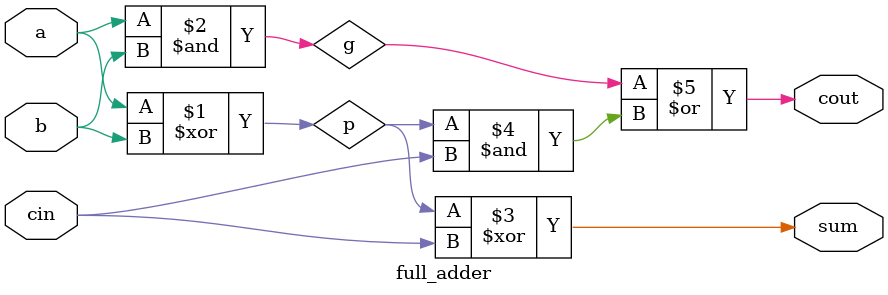
<source format=v>
module adder_8bit(
    input [7:0] a, 
    input [7:0] b, 
    input cin, 
    output [7:0] sum, 
    output cout);

    wire [7:0] carry;

    // Instantiate 8 full adders
    full_adder fa0(.a(a[0]), .b(b[0]), .cin(cin), .sum(sum[0]), .cout(carry[0]));
    full_adder fa1(.a(a[1]), .b(b[1]), .cin(carry[0]), .sum(sum[1]), .cout(carry[1]));
    full_adder fa2(.a(a[2]), .b(b[2]), .cin(carry[1]), .sum(sum[2]), .cout(carry[2]));
    full_adder fa3(.a(a[3]), .b(b[3]), .cin(carry[2]), .sum(sum[3]), .cout(carry[3]));
    full_adder fa4(.a(a[4]), .b(b[4]), .cin(carry[3]), .sum(sum[4]), .cout(carry[4]));
    full_adder fa5(.a(a[5]), .b(b[5]), .cin(carry[4]), .sum(sum[5]), .cout(carry[5]));
    full_adder fa6(.a(a[6]), .b(b[6]), .cin(carry[5]), .sum(sum[6]), .cout(carry[6]));
    full_adder fa7(.a(a[7]), .b(b[7]), .cin(carry[6]), .sum(sum[7]), .cout(carry[7]));

    // Carry out is the carry from the most significant bit
    assign cout = carry[7];

endmodule

module full_adder(
    input a, b, cin,
    output sum, cout);
    wire p, g;

    // Generate and propagate signals
    assign p = a ^ b;
    assign g = a & b;
    assign sum = p ^ cin;
    assign cout = g | (p & cin);

endmodule
</source>
